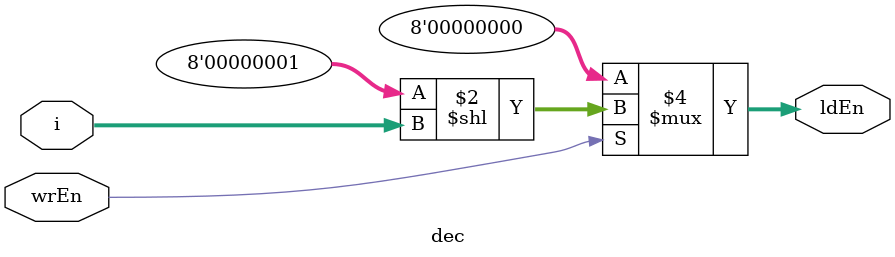
<source format=v>
module dec(
	wrEn,
	i,
	ldEn	);
//-----------Input Ports---------------
	input wrEn;	
	input [2:0] i;
//-----------Output Ports---------------
	output reg [7:0]ldEn; 

//main
	always@(*) begin
		ldEn = 2'h00;
		if(wrEn)begin 
		ldEn = 8'b00000001 << i; 
		end
	end
endmodule

</source>
